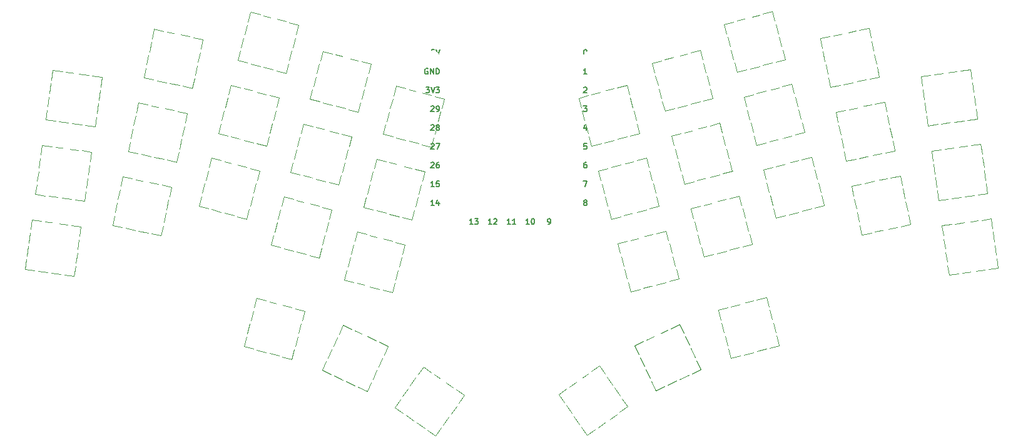
<source format=gbr>
%TF.GenerationSoftware,KiCad,Pcbnew,7.0.6*%
%TF.CreationDate,2025-05-26T00:34:49-04:00*%
%TF.ProjectId,bw2,6277322e-6b69-4636-9164-5f7063625858,2*%
%TF.SameCoordinates,Original*%
%TF.FileFunction,Legend,Top*%
%TF.FilePolarity,Positive*%
%FSLAX46Y46*%
G04 Gerber Fmt 4.6, Leading zero omitted, Abs format (unit mm)*
G04 Created by KiCad (PCBNEW 7.0.6) date 2025-05-26 00:34:49*
%MOMM*%
%LPD*%
G01*
G04 APERTURE LIST*
%ADD10C,0.150000*%
%ADD11C,0.120000*%
%ADD12O,2.600000X1.600000*%
%ADD13O,1.600000X2.600000*%
%ADD14C,2.300000*%
%ADD15C,1.852600*%
G04 APERTURE END LIST*
D10*
X86074077Y86972758D02*
X86109791Y87008472D01*
X86109791Y87008472D02*
X86181220Y87044186D01*
X86181220Y87044186D02*
X86359791Y87044186D01*
X86359791Y87044186D02*
X86431220Y87008472D01*
X86431220Y87008472D02*
X86466934Y86972758D01*
X86466934Y86972758D02*
X86502648Y86901329D01*
X86502648Y86901329D02*
X86502648Y86829901D01*
X86502648Y86829901D02*
X86466934Y86722758D01*
X86466934Y86722758D02*
X86038362Y86294186D01*
X86038362Y86294186D02*
X86502648Y86294186D01*
X86931220Y86722758D02*
X86859791Y86758472D01*
X86859791Y86758472D02*
X86824077Y86794186D01*
X86824077Y86794186D02*
X86788363Y86865615D01*
X86788363Y86865615D02*
X86788363Y86901329D01*
X86788363Y86901329D02*
X86824077Y86972758D01*
X86824077Y86972758D02*
X86859791Y87008472D01*
X86859791Y87008472D02*
X86931220Y87044186D01*
X86931220Y87044186D02*
X87074077Y87044186D01*
X87074077Y87044186D02*
X87145506Y87008472D01*
X87145506Y87008472D02*
X87181220Y86972758D01*
X87181220Y86972758D02*
X87216934Y86901329D01*
X87216934Y86901329D02*
X87216934Y86865615D01*
X87216934Y86865615D02*
X87181220Y86794186D01*
X87181220Y86794186D02*
X87145506Y86758472D01*
X87145506Y86758472D02*
X87074077Y86722758D01*
X87074077Y86722758D02*
X86931220Y86722758D01*
X86931220Y86722758D02*
X86859791Y86687043D01*
X86859791Y86687043D02*
X86824077Y86651329D01*
X86824077Y86651329D02*
X86788363Y86579901D01*
X86788363Y86579901D02*
X86788363Y86437043D01*
X86788363Y86437043D02*
X86824077Y86365615D01*
X86824077Y86365615D02*
X86859791Y86329901D01*
X86859791Y86329901D02*
X86931220Y86294186D01*
X86931220Y86294186D02*
X87074077Y86294186D01*
X87074077Y86294186D02*
X87145506Y86329901D01*
X87145506Y86329901D02*
X87181220Y86365615D01*
X87181220Y86365615D02*
X87216934Y86437043D01*
X87216934Y86437043D02*
X87216934Y86579901D01*
X87216934Y86579901D02*
X87181220Y86651329D01*
X87181220Y86651329D02*
X87145506Y86687043D01*
X87145506Y86687043D02*
X87074077Y86722758D01*
X91760618Y73594186D02*
X91332047Y73594186D01*
X91546332Y73594186D02*
X91546332Y74344186D01*
X91546332Y74344186D02*
X91474904Y74237043D01*
X91474904Y74237043D02*
X91403475Y74165615D01*
X91403475Y74165615D02*
X91332047Y74129901D01*
X92010618Y74344186D02*
X92474904Y74344186D01*
X92474904Y74344186D02*
X92224904Y74058472D01*
X92224904Y74058472D02*
X92332047Y74058472D01*
X92332047Y74058472D02*
X92403476Y74022758D01*
X92403476Y74022758D02*
X92439190Y73987043D01*
X92439190Y73987043D02*
X92474904Y73915615D01*
X92474904Y73915615D02*
X92474904Y73737043D01*
X92474904Y73737043D02*
X92439190Y73665615D01*
X92439190Y73665615D02*
X92403476Y73629901D01*
X92403476Y73629901D02*
X92332047Y73594186D01*
X92332047Y73594186D02*
X92117761Y73594186D01*
X92117761Y73594186D02*
X92046333Y73629901D01*
X92046333Y73629901D02*
X92010618Y73665615D01*
X101920618Y73594186D02*
X102063475Y73594186D01*
X102063475Y73594186D02*
X102134904Y73629901D01*
X102134904Y73629901D02*
X102170618Y73665615D01*
X102170618Y73665615D02*
X102242047Y73772758D01*
X102242047Y73772758D02*
X102277761Y73915615D01*
X102277761Y73915615D02*
X102277761Y74201329D01*
X102277761Y74201329D02*
X102242047Y74272758D01*
X102242047Y74272758D02*
X102206333Y74308472D01*
X102206333Y74308472D02*
X102134904Y74344186D01*
X102134904Y74344186D02*
X101992047Y74344186D01*
X101992047Y74344186D02*
X101920618Y74308472D01*
X101920618Y74308472D02*
X101884904Y74272758D01*
X101884904Y74272758D02*
X101849190Y74201329D01*
X101849190Y74201329D02*
X101849190Y74022758D01*
X101849190Y74022758D02*
X101884904Y73951329D01*
X101884904Y73951329D02*
X101920618Y73915615D01*
X101920618Y73915615D02*
X101992047Y73879901D01*
X101992047Y73879901D02*
X102134904Y73879901D01*
X102134904Y73879901D02*
X102206333Y73915615D01*
X102206333Y73915615D02*
X102242047Y73951329D01*
X102242047Y73951329D02*
X102277761Y74022758D01*
X86074077Y84432758D02*
X86109791Y84468472D01*
X86109791Y84468472D02*
X86181220Y84504186D01*
X86181220Y84504186D02*
X86359791Y84504186D01*
X86359791Y84504186D02*
X86431220Y84468472D01*
X86431220Y84468472D02*
X86466934Y84432758D01*
X86466934Y84432758D02*
X86502648Y84361329D01*
X86502648Y84361329D02*
X86502648Y84289901D01*
X86502648Y84289901D02*
X86466934Y84182758D01*
X86466934Y84182758D02*
X86038362Y83754186D01*
X86038362Y83754186D02*
X86502648Y83754186D01*
X86752648Y84504186D02*
X87252648Y84504186D01*
X87252648Y84504186D02*
X86931220Y83754186D01*
X106928588Y97204186D02*
X107000017Y97204186D01*
X107000017Y97204186D02*
X107071445Y97168472D01*
X107071445Y97168472D02*
X107107160Y97132758D01*
X107107160Y97132758D02*
X107142874Y97061329D01*
X107142874Y97061329D02*
X107178588Y96918472D01*
X107178588Y96918472D02*
X107178588Y96739901D01*
X107178588Y96739901D02*
X107142874Y96597043D01*
X107142874Y96597043D02*
X107107160Y96525615D01*
X107107160Y96525615D02*
X107071445Y96489901D01*
X107071445Y96489901D02*
X107000017Y96454186D01*
X107000017Y96454186D02*
X106928588Y96454186D01*
X106928588Y96454186D02*
X106857160Y96489901D01*
X106857160Y96489901D02*
X106821445Y96525615D01*
X106821445Y96525615D02*
X106785731Y96597043D01*
X106785731Y96597043D02*
X106750017Y96739901D01*
X106750017Y96739901D02*
X106750017Y96918472D01*
X106750017Y96918472D02*
X106785731Y97061329D01*
X106785731Y97061329D02*
X106821445Y97132758D01*
X106821445Y97132758D02*
X106857160Y97168472D01*
X106857160Y97168472D02*
X106928588Y97204186D01*
X86502648Y78674186D02*
X86074077Y78674186D01*
X86288362Y78674186D02*
X86288362Y79424186D01*
X86288362Y79424186D02*
X86216934Y79317043D01*
X86216934Y79317043D02*
X86145505Y79245615D01*
X86145505Y79245615D02*
X86074077Y79209901D01*
X87181220Y79424186D02*
X86824077Y79424186D01*
X86824077Y79424186D02*
X86788363Y79067043D01*
X86788363Y79067043D02*
X86824077Y79102758D01*
X86824077Y79102758D02*
X86895506Y79138472D01*
X86895506Y79138472D02*
X87074077Y79138472D01*
X87074077Y79138472D02*
X87145506Y79102758D01*
X87145506Y79102758D02*
X87181220Y79067043D01*
X87181220Y79067043D02*
X87216934Y78995615D01*
X87216934Y78995615D02*
X87216934Y78817043D01*
X87216934Y78817043D02*
X87181220Y78745615D01*
X87181220Y78745615D02*
X87145506Y78709901D01*
X87145506Y78709901D02*
X87074077Y78674186D01*
X87074077Y78674186D02*
X86895506Y78674186D01*
X86895506Y78674186D02*
X86824077Y78709901D01*
X86824077Y78709901D02*
X86788363Y78745615D01*
X99380618Y73594186D02*
X98952047Y73594186D01*
X99166332Y73594186D02*
X99166332Y74344186D01*
X99166332Y74344186D02*
X99094904Y74237043D01*
X99094904Y74237043D02*
X99023475Y74165615D01*
X99023475Y74165615D02*
X98952047Y74129901D01*
X99844904Y74344186D02*
X99916333Y74344186D01*
X99916333Y74344186D02*
X99987761Y74308472D01*
X99987761Y74308472D02*
X100023476Y74272758D01*
X100023476Y74272758D02*
X100059190Y74201329D01*
X100059190Y74201329D02*
X100094904Y74058472D01*
X100094904Y74058472D02*
X100094904Y73879901D01*
X100094904Y73879901D02*
X100059190Y73737043D01*
X100059190Y73737043D02*
X100023476Y73665615D01*
X100023476Y73665615D02*
X99987761Y73629901D01*
X99987761Y73629901D02*
X99916333Y73594186D01*
X99916333Y73594186D02*
X99844904Y73594186D01*
X99844904Y73594186D02*
X99773476Y73629901D01*
X99773476Y73629901D02*
X99737761Y73665615D01*
X99737761Y73665615D02*
X99702047Y73737043D01*
X99702047Y73737043D02*
X99666333Y73879901D01*
X99666333Y73879901D02*
X99666333Y74058472D01*
X99666333Y74058472D02*
X99702047Y74201329D01*
X99702047Y74201329D02*
X99737761Y74272758D01*
X99737761Y74272758D02*
X99773476Y74308472D01*
X99773476Y74308472D02*
X99844904Y74344186D01*
X96840618Y73594186D02*
X96412047Y73594186D01*
X96626332Y73594186D02*
X96626332Y74344186D01*
X96626332Y74344186D02*
X96554904Y74237043D01*
X96554904Y74237043D02*
X96483475Y74165615D01*
X96483475Y74165615D02*
X96412047Y74129901D01*
X97554904Y73594186D02*
X97126333Y73594186D01*
X97340618Y73594186D02*
X97340618Y74344186D01*
X97340618Y74344186D02*
X97269190Y74237043D01*
X97269190Y74237043D02*
X97197761Y74165615D01*
X97197761Y74165615D02*
X97126333Y74129901D01*
X86502648Y76134186D02*
X86074077Y76134186D01*
X86288362Y76134186D02*
X86288362Y76884186D01*
X86288362Y76884186D02*
X86216934Y76777043D01*
X86216934Y76777043D02*
X86145505Y76705615D01*
X86145505Y76705615D02*
X86074077Y76669901D01*
X87145506Y76634186D02*
X87145506Y76134186D01*
X86966934Y76919901D02*
X86788363Y76384186D01*
X86788363Y76384186D02*
X87252648Y76384186D01*
X85645506Y94628472D02*
X85574078Y94664186D01*
X85574078Y94664186D02*
X85466935Y94664186D01*
X85466935Y94664186D02*
X85359792Y94628472D01*
X85359792Y94628472D02*
X85288363Y94557043D01*
X85288363Y94557043D02*
X85252649Y94485615D01*
X85252649Y94485615D02*
X85216935Y94342758D01*
X85216935Y94342758D02*
X85216935Y94235615D01*
X85216935Y94235615D02*
X85252649Y94092758D01*
X85252649Y94092758D02*
X85288363Y94021329D01*
X85288363Y94021329D02*
X85359792Y93949901D01*
X85359792Y93949901D02*
X85466935Y93914186D01*
X85466935Y93914186D02*
X85538363Y93914186D01*
X85538363Y93914186D02*
X85645506Y93949901D01*
X85645506Y93949901D02*
X85681220Y93985615D01*
X85681220Y93985615D02*
X85681220Y94235615D01*
X85681220Y94235615D02*
X85538363Y94235615D01*
X86002649Y93914186D02*
X86002649Y94664186D01*
X86002649Y94664186D02*
X86431220Y93914186D01*
X86431220Y93914186D02*
X86431220Y94664186D01*
X86788363Y93914186D02*
X86788363Y94664186D01*
X86788363Y94664186D02*
X86966934Y94664186D01*
X86966934Y94664186D02*
X87074077Y94628472D01*
X87074077Y94628472D02*
X87145506Y94557043D01*
X87145506Y94557043D02*
X87181220Y94485615D01*
X87181220Y94485615D02*
X87216934Y94342758D01*
X87216934Y94342758D02*
X87216934Y94235615D01*
X87216934Y94235615D02*
X87181220Y94092758D01*
X87181220Y94092758D02*
X87145506Y94021329D01*
X87145506Y94021329D02*
X87074077Y93949901D01*
X87074077Y93949901D02*
X86966934Y93914186D01*
X86966934Y93914186D02*
X86788363Y93914186D01*
X86538363Y97204186D02*
X86181220Y97204186D01*
X86181220Y97204186D02*
X86145506Y96847043D01*
X86145506Y96847043D02*
X86181220Y96882758D01*
X86181220Y96882758D02*
X86252649Y96918472D01*
X86252649Y96918472D02*
X86431220Y96918472D01*
X86431220Y96918472D02*
X86502649Y96882758D01*
X86502649Y96882758D02*
X86538363Y96847043D01*
X86538363Y96847043D02*
X86574077Y96775615D01*
X86574077Y96775615D02*
X86574077Y96597043D01*
X86574077Y96597043D02*
X86538363Y96525615D01*
X86538363Y96525615D02*
X86502649Y96489901D01*
X86502649Y96489901D02*
X86431220Y96454186D01*
X86431220Y96454186D02*
X86252649Y96454186D01*
X86252649Y96454186D02*
X86181220Y96489901D01*
X86181220Y96489901D02*
X86145506Y96525615D01*
X86788363Y97204186D02*
X87038363Y96454186D01*
X87038363Y96454186D02*
X87288363Y97204186D01*
X107107160Y86794186D02*
X107107160Y86294186D01*
X106928588Y87079901D02*
X106750017Y86544186D01*
X106750017Y86544186D02*
X107214302Y86544186D01*
X86074077Y89512758D02*
X86109791Y89548472D01*
X86109791Y89548472D02*
X86181220Y89584186D01*
X86181220Y89584186D02*
X86359791Y89584186D01*
X86359791Y89584186D02*
X86431220Y89548472D01*
X86431220Y89548472D02*
X86466934Y89512758D01*
X86466934Y89512758D02*
X86502648Y89441329D01*
X86502648Y89441329D02*
X86502648Y89369901D01*
X86502648Y89369901D02*
X86466934Y89262758D01*
X86466934Y89262758D02*
X86038362Y88834186D01*
X86038362Y88834186D02*
X86502648Y88834186D01*
X86859791Y88834186D02*
X87002648Y88834186D01*
X87002648Y88834186D02*
X87074077Y88869901D01*
X87074077Y88869901D02*
X87109791Y88905615D01*
X87109791Y88905615D02*
X87181220Y89012758D01*
X87181220Y89012758D02*
X87216934Y89155615D01*
X87216934Y89155615D02*
X87216934Y89441329D01*
X87216934Y89441329D02*
X87181220Y89512758D01*
X87181220Y89512758D02*
X87145506Y89548472D01*
X87145506Y89548472D02*
X87074077Y89584186D01*
X87074077Y89584186D02*
X86931220Y89584186D01*
X86931220Y89584186D02*
X86859791Y89548472D01*
X86859791Y89548472D02*
X86824077Y89512758D01*
X86824077Y89512758D02*
X86788363Y89441329D01*
X86788363Y89441329D02*
X86788363Y89262758D01*
X86788363Y89262758D02*
X86824077Y89191329D01*
X86824077Y89191329D02*
X86859791Y89155615D01*
X86859791Y89155615D02*
X86931220Y89119901D01*
X86931220Y89119901D02*
X87074077Y89119901D01*
X87074077Y89119901D02*
X87145506Y89155615D01*
X87145506Y89155615D02*
X87181220Y89191329D01*
X87181220Y89191329D02*
X87216934Y89262758D01*
X106714302Y89584186D02*
X107178588Y89584186D01*
X107178588Y89584186D02*
X106928588Y89298472D01*
X106928588Y89298472D02*
X107035731Y89298472D01*
X107035731Y89298472D02*
X107107160Y89262758D01*
X107107160Y89262758D02*
X107142874Y89227043D01*
X107142874Y89227043D02*
X107178588Y89155615D01*
X107178588Y89155615D02*
X107178588Y88977043D01*
X107178588Y88977043D02*
X107142874Y88905615D01*
X107142874Y88905615D02*
X107107160Y88869901D01*
X107107160Y88869901D02*
X107035731Y88834186D01*
X107035731Y88834186D02*
X106821445Y88834186D01*
X106821445Y88834186D02*
X106750017Y88869901D01*
X106750017Y88869901D02*
X106714302Y88905615D01*
X86074077Y81892758D02*
X86109791Y81928472D01*
X86109791Y81928472D02*
X86181220Y81964186D01*
X86181220Y81964186D02*
X86359791Y81964186D01*
X86359791Y81964186D02*
X86431220Y81928472D01*
X86431220Y81928472D02*
X86466934Y81892758D01*
X86466934Y81892758D02*
X86502648Y81821329D01*
X86502648Y81821329D02*
X86502648Y81749901D01*
X86502648Y81749901D02*
X86466934Y81642758D01*
X86466934Y81642758D02*
X86038362Y81214186D01*
X86038362Y81214186D02*
X86502648Y81214186D01*
X87145506Y81964186D02*
X87002648Y81964186D01*
X87002648Y81964186D02*
X86931220Y81928472D01*
X86931220Y81928472D02*
X86895506Y81892758D01*
X86895506Y81892758D02*
X86824077Y81785615D01*
X86824077Y81785615D02*
X86788363Y81642758D01*
X86788363Y81642758D02*
X86788363Y81357043D01*
X86788363Y81357043D02*
X86824077Y81285615D01*
X86824077Y81285615D02*
X86859791Y81249901D01*
X86859791Y81249901D02*
X86931220Y81214186D01*
X86931220Y81214186D02*
X87074077Y81214186D01*
X87074077Y81214186D02*
X87145506Y81249901D01*
X87145506Y81249901D02*
X87181220Y81285615D01*
X87181220Y81285615D02*
X87216934Y81357043D01*
X87216934Y81357043D02*
X87216934Y81535615D01*
X87216934Y81535615D02*
X87181220Y81607043D01*
X87181220Y81607043D02*
X87145506Y81642758D01*
X87145506Y81642758D02*
X87074077Y81678472D01*
X87074077Y81678472D02*
X86931220Y81678472D01*
X86931220Y81678472D02*
X86859791Y81642758D01*
X86859791Y81642758D02*
X86824077Y81607043D01*
X86824077Y81607043D02*
X86788363Y81535615D01*
X85395505Y92124186D02*
X85859791Y92124186D01*
X85859791Y92124186D02*
X85609791Y91838472D01*
X85609791Y91838472D02*
X85716934Y91838472D01*
X85716934Y91838472D02*
X85788363Y91802758D01*
X85788363Y91802758D02*
X85824077Y91767043D01*
X85824077Y91767043D02*
X85859791Y91695615D01*
X85859791Y91695615D02*
X85859791Y91517043D01*
X85859791Y91517043D02*
X85824077Y91445615D01*
X85824077Y91445615D02*
X85788363Y91409901D01*
X85788363Y91409901D02*
X85716934Y91374186D01*
X85716934Y91374186D02*
X85502648Y91374186D01*
X85502648Y91374186D02*
X85431220Y91409901D01*
X85431220Y91409901D02*
X85395505Y91445615D01*
X86074077Y92124186D02*
X86324077Y91374186D01*
X86324077Y91374186D02*
X86574077Y92124186D01*
X86752648Y92124186D02*
X87216934Y92124186D01*
X87216934Y92124186D02*
X86966934Y91838472D01*
X86966934Y91838472D02*
X87074077Y91838472D01*
X87074077Y91838472D02*
X87145506Y91802758D01*
X87145506Y91802758D02*
X87181220Y91767043D01*
X87181220Y91767043D02*
X87216934Y91695615D01*
X87216934Y91695615D02*
X87216934Y91517043D01*
X87216934Y91517043D02*
X87181220Y91445615D01*
X87181220Y91445615D02*
X87145506Y91409901D01*
X87145506Y91409901D02*
X87074077Y91374186D01*
X87074077Y91374186D02*
X86859791Y91374186D01*
X86859791Y91374186D02*
X86788363Y91409901D01*
X86788363Y91409901D02*
X86752648Y91445615D01*
X106892874Y76562758D02*
X106821445Y76598472D01*
X106821445Y76598472D02*
X106785731Y76634186D01*
X106785731Y76634186D02*
X106750017Y76705615D01*
X106750017Y76705615D02*
X106750017Y76741329D01*
X106750017Y76741329D02*
X106785731Y76812758D01*
X106785731Y76812758D02*
X106821445Y76848472D01*
X106821445Y76848472D02*
X106892874Y76884186D01*
X106892874Y76884186D02*
X107035731Y76884186D01*
X107035731Y76884186D02*
X107107160Y76848472D01*
X107107160Y76848472D02*
X107142874Y76812758D01*
X107142874Y76812758D02*
X107178588Y76741329D01*
X107178588Y76741329D02*
X107178588Y76705615D01*
X107178588Y76705615D02*
X107142874Y76634186D01*
X107142874Y76634186D02*
X107107160Y76598472D01*
X107107160Y76598472D02*
X107035731Y76562758D01*
X107035731Y76562758D02*
X106892874Y76562758D01*
X106892874Y76562758D02*
X106821445Y76527043D01*
X106821445Y76527043D02*
X106785731Y76491329D01*
X106785731Y76491329D02*
X106750017Y76419901D01*
X106750017Y76419901D02*
X106750017Y76277043D01*
X106750017Y76277043D02*
X106785731Y76205615D01*
X106785731Y76205615D02*
X106821445Y76169901D01*
X106821445Y76169901D02*
X106892874Y76134186D01*
X106892874Y76134186D02*
X107035731Y76134186D01*
X107035731Y76134186D02*
X107107160Y76169901D01*
X107107160Y76169901D02*
X107142874Y76205615D01*
X107142874Y76205615D02*
X107178588Y76277043D01*
X107178588Y76277043D02*
X107178588Y76419901D01*
X107178588Y76419901D02*
X107142874Y76491329D01*
X107142874Y76491329D02*
X107107160Y76527043D01*
X107107160Y76527043D02*
X107035731Y76562758D01*
X107142874Y84504186D02*
X106785731Y84504186D01*
X106785731Y84504186D02*
X106750017Y84147043D01*
X106750017Y84147043D02*
X106785731Y84182758D01*
X106785731Y84182758D02*
X106857160Y84218472D01*
X106857160Y84218472D02*
X107035731Y84218472D01*
X107035731Y84218472D02*
X107107160Y84182758D01*
X107107160Y84182758D02*
X107142874Y84147043D01*
X107142874Y84147043D02*
X107178588Y84075615D01*
X107178588Y84075615D02*
X107178588Y83897043D01*
X107178588Y83897043D02*
X107142874Y83825615D01*
X107142874Y83825615D02*
X107107160Y83789901D01*
X107107160Y83789901D02*
X107035731Y83754186D01*
X107035731Y83754186D02*
X106857160Y83754186D01*
X106857160Y83754186D02*
X106785731Y83789901D01*
X106785731Y83789901D02*
X106750017Y83825615D01*
X106714302Y79424186D02*
X107214302Y79424186D01*
X107214302Y79424186D02*
X106892874Y78674186D01*
X94300618Y73594186D02*
X93872047Y73594186D01*
X94086332Y73594186D02*
X94086332Y74344186D01*
X94086332Y74344186D02*
X94014904Y74237043D01*
X94014904Y74237043D02*
X93943475Y74165615D01*
X93943475Y74165615D02*
X93872047Y74129901D01*
X94586333Y74272758D02*
X94622047Y74308472D01*
X94622047Y74308472D02*
X94693476Y74344186D01*
X94693476Y74344186D02*
X94872047Y74344186D01*
X94872047Y74344186D02*
X94943476Y74308472D01*
X94943476Y74308472D02*
X94979190Y74272758D01*
X94979190Y74272758D02*
X95014904Y74201329D01*
X95014904Y74201329D02*
X95014904Y74129901D01*
X95014904Y74129901D02*
X94979190Y74022758D01*
X94979190Y74022758D02*
X94550618Y73594186D01*
X94550618Y73594186D02*
X95014904Y73594186D01*
X106750017Y92052758D02*
X106785731Y92088472D01*
X106785731Y92088472D02*
X106857160Y92124186D01*
X106857160Y92124186D02*
X107035731Y92124186D01*
X107035731Y92124186D02*
X107107160Y92088472D01*
X107107160Y92088472D02*
X107142874Y92052758D01*
X107142874Y92052758D02*
X107178588Y91981329D01*
X107178588Y91981329D02*
X107178588Y91909901D01*
X107178588Y91909901D02*
X107142874Y91802758D01*
X107142874Y91802758D02*
X106714302Y91374186D01*
X106714302Y91374186D02*
X107178588Y91374186D01*
X107178588Y93914186D02*
X106750017Y93914186D01*
X106964302Y93914186D02*
X106964302Y94664186D01*
X106964302Y94664186D02*
X106892874Y94557043D01*
X106892874Y94557043D02*
X106821445Y94485615D01*
X106821445Y94485615D02*
X106750017Y94449901D01*
X107107160Y81964186D02*
X106964302Y81964186D01*
X106964302Y81964186D02*
X106892874Y81928472D01*
X106892874Y81928472D02*
X106857160Y81892758D01*
X106857160Y81892758D02*
X106785731Y81785615D01*
X106785731Y81785615D02*
X106750017Y81642758D01*
X106750017Y81642758D02*
X106750017Y81357043D01*
X106750017Y81357043D02*
X106785731Y81285615D01*
X106785731Y81285615D02*
X106821445Y81249901D01*
X106821445Y81249901D02*
X106892874Y81214186D01*
X106892874Y81214186D02*
X107035731Y81214186D01*
X107035731Y81214186D02*
X107107160Y81249901D01*
X107107160Y81249901D02*
X107142874Y81285615D01*
X107142874Y81285615D02*
X107178588Y81357043D01*
X107178588Y81357043D02*
X107178588Y81535615D01*
X107178588Y81535615D02*
X107142874Y81607043D01*
X107142874Y81607043D02*
X107107160Y81642758D01*
X107107160Y81642758D02*
X107035731Y81678472D01*
X107035731Y81678472D02*
X106892874Y81678472D01*
X106892874Y81678472D02*
X106821445Y81642758D01*
X106821445Y81642758D02*
X106785731Y81607043D01*
X106785731Y81607043D02*
X106750017Y81535615D01*
D11*
%TO.C,SW36*%
X108844188Y54445887D02*
X109601309Y53364606D01*
X109876626Y52971413D02*
X110633746Y51890133D01*
X110909063Y51496940D02*
X111666184Y50415659D01*
X111941501Y50022466D02*
X112698621Y48941185D01*
X112704931Y48932174D02*
X111623650Y48175053D01*
X111230457Y47899736D02*
X110149177Y47142615D01*
X109755984Y46867299D02*
X108674703Y46110178D01*
X108281510Y45834861D02*
X107200229Y45077740D01*
X107191219Y45071431D02*
X106434098Y46152712D01*
X106158781Y46545905D02*
X105401661Y47627185D01*
X105126344Y48020378D02*
X104369223Y49101659D01*
X104093906Y49494852D02*
X103336786Y50576133D01*
X103330476Y50585144D02*
X104411757Y51342265D01*
X104804950Y51617582D02*
X105886230Y52374703D01*
X106279423Y52650019D02*
X107360704Y53407140D01*
X107753897Y53682457D02*
X108835178Y54439578D01*
%TO.C,SW35*%
X119736983Y60070235D02*
X120294839Y58873909D01*
X120497696Y58438881D02*
X121055552Y57242555D01*
X121258409Y56807527D02*
X121816265Y55611201D01*
X122019122Y55176173D02*
X122576978Y53979847D01*
X122581627Y53969877D02*
X121385301Y53412021D01*
X120950273Y53209164D02*
X119753947Y52651308D01*
X119318919Y52448452D02*
X118122593Y51890596D01*
X117687565Y51687739D02*
X116491238Y51129883D01*
X116481269Y51125234D02*
X115923413Y52321560D01*
X115720556Y52756588D02*
X115162700Y53952914D01*
X114959843Y54387942D02*
X114401987Y55584268D01*
X114199131Y56019296D02*
X113641274Y57215622D01*
X113636626Y57225591D02*
X114832952Y57783447D01*
X115267980Y57986304D02*
X116464306Y58544160D01*
X116899334Y58747017D02*
X118095660Y59304873D01*
X118530688Y59507730D02*
X119727014Y60065586D01*
%TO.C,SW34*%
X131440959Y63717609D02*
X131782600Y62442587D01*
X131906833Y61978943D02*
X132248474Y60703920D01*
X132372708Y60240276D02*
X132714349Y58965254D01*
X132838582Y58501610D02*
X133180223Y57226587D01*
X133183070Y57215962D02*
X131908048Y56874321D01*
X131444404Y56750088D02*
X130169381Y56408447D01*
X129705737Y56284213D02*
X128430715Y55942572D01*
X127967071Y55818339D02*
X126692048Y55476698D01*
X126681423Y55473851D02*
X126339782Y56748873D01*
X126215549Y57212517D02*
X125873908Y58487540D01*
X125749674Y58951184D02*
X125408033Y60226206D01*
X125283800Y60689850D02*
X124942159Y61964873D01*
X124939312Y61975498D02*
X126214334Y62317139D01*
X126677978Y62441372D02*
X127953001Y62783013D01*
X128416645Y62907247D02*
X129691667Y63248888D01*
X130155311Y63373121D02*
X131430334Y63714762D01*
%TO.C,SW33*%
X81189177Y48828150D02*
X81946298Y49909431D01*
X82221615Y50302624D02*
X82978736Y51383904D01*
X83254052Y51777097D02*
X84011173Y52858378D01*
X84286490Y53251571D02*
X85043611Y54332852D01*
X85049920Y54341862D02*
X86131201Y53584741D01*
X86524394Y53309424D02*
X87605674Y52552304D01*
X87998867Y52276987D02*
X89080148Y51519866D01*
X89473341Y51244549D02*
X90554622Y50487429D01*
X90563633Y50481119D02*
X89806512Y49399838D01*
X89531195Y49006645D02*
X88774074Y47925365D01*
X88498758Y47532172D02*
X87741637Y46450891D01*
X87466320Y46057698D02*
X86709199Y44976417D01*
X86702890Y44967407D02*
X85621609Y45724528D01*
X85228416Y45999845D02*
X84147136Y46756965D01*
X83753943Y47032282D02*
X82672662Y47789403D01*
X82279469Y48064720D02*
X81198188Y48821840D01*
%TO.C,SW32*%
X71331652Y53854784D02*
X71889508Y55051110D01*
X72092365Y55486138D02*
X72650221Y56682464D01*
X72853077Y57117492D02*
X73410933Y58313818D01*
X73613790Y58748846D02*
X74171646Y59945173D01*
X74176295Y59955142D02*
X75372621Y59397286D01*
X75807649Y59194429D02*
X77003975Y58636573D01*
X77439003Y58433716D02*
X78635329Y57875860D01*
X79070357Y57673003D02*
X80266683Y57115147D01*
X80276653Y57110498D02*
X79718797Y55914172D01*
X79515940Y55479144D02*
X78958084Y54282818D01*
X78755227Y53847790D02*
X78197371Y52651464D01*
X77994514Y52216436D02*
X77436658Y51020110D01*
X77432009Y51010141D02*
X76235683Y51567997D01*
X75800655Y51770854D02*
X74604329Y52328710D01*
X74169301Y52531567D02*
X72972975Y53089423D01*
X72537947Y53292279D02*
X71341621Y53850136D01*
%TO.C,SW31*%
X60751024Y57093286D02*
X61092665Y58368308D01*
X61216898Y58831952D02*
X61558539Y60106975D01*
X61682773Y60570619D02*
X62024414Y61845641D01*
X62148647Y62309285D02*
X62490288Y63584308D01*
X62493135Y63594933D02*
X63768157Y63253292D01*
X64231801Y63129059D02*
X65506824Y62787418D01*
X65970468Y62663184D02*
X67245490Y62321543D01*
X67709134Y62197310D02*
X68984157Y61855669D01*
X68994782Y61852822D02*
X68653141Y60577800D01*
X68528908Y60114156D02*
X68187267Y58839133D01*
X68063033Y58375489D02*
X67721392Y57100467D01*
X67597159Y56636823D02*
X67255518Y55361800D01*
X67252671Y55351175D02*
X65977649Y55692816D01*
X65514005Y55817049D02*
X64238982Y56158690D01*
X63775338Y56282924D02*
X62500316Y56624565D01*
X62036672Y56748798D02*
X60761649Y57090439D01*
%TO.C,SW30*%
X112571461Y92411553D02*
X112913102Y91136531D01*
X113037335Y90672887D02*
X113378976Y89397864D01*
X113503210Y88934220D02*
X113844851Y87659198D01*
X113969084Y87195554D02*
X114310725Y85920531D01*
X114313572Y85909906D02*
X113038550Y85568265D01*
X112574906Y85444032D02*
X111299883Y85102391D01*
X110836239Y84978157D02*
X109561217Y84636516D01*
X109097573Y84512283D02*
X107822550Y84170642D01*
X107811925Y84167795D02*
X107470284Y85442817D01*
X107346051Y85906461D02*
X107004410Y87181484D01*
X106880176Y87645128D02*
X106538535Y88920150D01*
X106414302Y89383794D02*
X106072661Y90658817D01*
X106069814Y90669442D02*
X107344836Y91011083D01*
X107808480Y91135316D02*
X109083503Y91476957D01*
X109547147Y91601191D02*
X110822169Y91942832D01*
X111285813Y92067065D02*
X112560836Y92408706D01*
%TO.C,SW29*%
X115211408Y82559099D02*
X115553049Y81284077D01*
X115677282Y80820433D02*
X116018923Y79545410D01*
X116143157Y79081766D02*
X116484798Y77806744D01*
X116609031Y77343100D02*
X116950672Y76068077D01*
X116953519Y76057452D02*
X115678497Y75715811D01*
X115214853Y75591578D02*
X113939830Y75249937D01*
X113476186Y75125703D02*
X112201164Y74784062D01*
X111737520Y74659829D02*
X110462497Y74318188D01*
X110451872Y74315341D02*
X110110231Y75590363D01*
X109985998Y76054007D02*
X109644357Y77329030D01*
X109520123Y77792674D02*
X109178482Y79067696D01*
X109054249Y79531340D02*
X108712608Y80806363D01*
X108709761Y80816988D02*
X109984783Y81158629D01*
X110448427Y81282862D02*
X111723450Y81624503D01*
X112187094Y81748737D02*
X113462116Y82090378D01*
X113925760Y82214611D02*
X115200783Y82556252D01*
%TO.C,SW28*%
X117851354Y72706665D02*
X118192995Y71431643D01*
X118317228Y70967999D02*
X118658869Y69692976D01*
X118783103Y69229332D02*
X119124744Y67954310D01*
X119248977Y67490666D02*
X119590618Y66215643D01*
X119593465Y66205018D02*
X118318443Y65863377D01*
X117854799Y65739144D02*
X116579776Y65397503D01*
X116116132Y65273269D02*
X114841110Y64931628D01*
X114377466Y64807395D02*
X113102443Y64465754D01*
X113091818Y64462907D02*
X112750177Y65737929D01*
X112625944Y66201573D02*
X112284303Y67476596D01*
X112160069Y67940240D02*
X111818428Y69215262D01*
X111694195Y69678906D02*
X111352554Y70953929D01*
X111349707Y70964554D02*
X112624729Y71306195D01*
X113088373Y71430428D02*
X114363396Y71772069D01*
X114827040Y71896303D02*
X116102062Y72237944D01*
X116565706Y72362177D02*
X117840729Y72703818D01*
%TO.C,SW27*%
X122485816Y97138648D02*
X122827457Y95863626D01*
X122951690Y95399982D02*
X123293331Y94124959D01*
X123417565Y93661315D02*
X123759206Y92386293D01*
X123883439Y91922649D02*
X124225080Y90647626D01*
X124227927Y90637001D02*
X122952905Y90295360D01*
X122489261Y90171127D02*
X121214238Y89829486D01*
X120750594Y89705252D02*
X119475572Y89363611D01*
X119011928Y89239378D02*
X117736905Y88897737D01*
X117726280Y88894890D02*
X117384639Y90169912D01*
X117260406Y90633556D02*
X116918765Y91908579D01*
X116794531Y92372223D02*
X116452890Y93647245D01*
X116328657Y94110889D02*
X115987016Y95385912D01*
X115984169Y95396537D02*
X117259191Y95738178D01*
X117722835Y95862411D02*
X118997858Y96204052D01*
X119461502Y96328286D02*
X120736524Y96669927D01*
X121200168Y96794160D02*
X122475191Y97135801D01*
%TO.C,SW26*%
X125125759Y87286202D02*
X125467400Y86011180D01*
X125591633Y85547536D02*
X125933274Y84272513D01*
X126057508Y83808869D02*
X126399149Y82533847D01*
X126523382Y82070203D02*
X126865023Y80795180D01*
X126867870Y80784555D02*
X125592848Y80442914D01*
X125129204Y80318681D02*
X123854181Y79977040D01*
X123390537Y79852806D02*
X122115515Y79511165D01*
X121651871Y79386932D02*
X120376848Y79045291D01*
X120366223Y79042444D02*
X120024582Y80317466D01*
X119900349Y80781110D02*
X119558708Y82056133D01*
X119434474Y82519777D02*
X119092833Y83794799D01*
X118968600Y84258443D02*
X118626959Y85533466D01*
X118624112Y85544091D02*
X119899134Y85885732D01*
X120362778Y86009965D02*
X121637801Y86351606D01*
X122101445Y86475840D02*
X123376467Y86817481D01*
X123840111Y86941714D02*
X125115134Y87283355D01*
%TO.C,SW25*%
X127765727Y77433750D02*
X128107368Y76158728D01*
X128231601Y75695084D02*
X128573242Y74420061D01*
X128697476Y73956417D02*
X129039117Y72681395D01*
X129163350Y72217751D02*
X129504991Y70942728D01*
X129507838Y70932103D02*
X128232816Y70590462D01*
X127769172Y70466229D02*
X126494149Y70124588D01*
X126030505Y70000354D02*
X124755483Y69658713D01*
X124291839Y69534480D02*
X123016816Y69192839D01*
X123006191Y69189992D02*
X122664550Y70465014D01*
X122540317Y70928658D02*
X122198676Y72203681D01*
X122074442Y72667325D02*
X121732801Y73942347D01*
X121608568Y74405991D02*
X121266927Y75681014D01*
X121264080Y75691639D02*
X122539102Y76033280D01*
X123002746Y76157513D02*
X124277769Y76499154D01*
X124741413Y76623388D02*
X126016435Y76965029D01*
X126480079Y77089262D02*
X127755102Y77430903D01*
%TO.C,SW24*%
X132257818Y102396993D02*
X132599459Y101121971D01*
X132723692Y100658327D02*
X133065333Y99383304D01*
X133189567Y98919660D02*
X133531208Y97644638D01*
X133655441Y97180994D02*
X133997082Y95905971D01*
X133999929Y95895346D02*
X132724907Y95553705D01*
X132261263Y95429472D02*
X130986240Y95087831D01*
X130522596Y94963597D02*
X129247574Y94621956D01*
X128783930Y94497723D02*
X127508907Y94156082D01*
X127498282Y94153235D02*
X127156641Y95428257D01*
X127032408Y95891901D02*
X126690767Y97166924D01*
X126566533Y97630568D02*
X126224892Y98905590D01*
X126100659Y99369234D02*
X125759018Y100644257D01*
X125756171Y100654882D02*
X127031193Y100996523D01*
X127494837Y101120756D02*
X128769860Y101462397D01*
X129233504Y101586631D02*
X130508526Y101928272D01*
X130972170Y102052505D02*
X132247193Y102394146D01*
%TO.C,SW23*%
X134897785Y92544554D02*
X135239426Y91269532D01*
X135363659Y90805888D02*
X135705300Y89530865D01*
X135829534Y89067221D02*
X136171175Y87792199D01*
X136295408Y87328555D02*
X136637049Y86053532D01*
X136639896Y86042907D02*
X135364874Y85701266D01*
X134901230Y85577033D02*
X133626207Y85235392D01*
X133162563Y85111158D02*
X131887541Y84769517D01*
X131423897Y84645284D02*
X130148874Y84303643D01*
X130138249Y84300796D02*
X129796608Y85575818D01*
X129672375Y86039462D02*
X129330734Y87314485D01*
X129206500Y87778129D02*
X128864859Y89053151D01*
X128740626Y89516795D02*
X128398985Y90791818D01*
X128396138Y90802443D02*
X129671160Y91144084D01*
X130134804Y91268317D02*
X131409827Y91609958D01*
X131873471Y91734192D02*
X133148493Y92075833D01*
X133612137Y92200066D02*
X134887160Y92541707D01*
%TO.C,SW22*%
X137537730Y82692128D02*
X137879371Y81417106D01*
X138003604Y80953462D02*
X138345245Y79678439D01*
X138469479Y79214795D02*
X138811120Y77939773D01*
X138935353Y77476129D02*
X139276994Y76201106D01*
X139279841Y76190481D02*
X138004819Y75848840D01*
X137541175Y75724607D02*
X136266152Y75382966D01*
X135802508Y75258732D02*
X134527486Y74917091D01*
X134063842Y74792858D02*
X132788819Y74451217D01*
X132778194Y74448370D02*
X132436553Y75723392D01*
X132312320Y76187036D02*
X131970679Y77462059D01*
X131846445Y77925703D02*
X131504804Y79200725D01*
X131380571Y79664369D02*
X131038930Y80939392D01*
X131036083Y80950017D02*
X132311105Y81291658D01*
X132774749Y81415891D02*
X134049772Y81757532D01*
X134513416Y81881766D02*
X135788438Y82223407D01*
X136252082Y82347640D02*
X137527105Y82689281D01*
%TO.C,SW21*%
X145329214Y100114249D02*
X145603657Y98823094D01*
X145703455Y98353583D02*
X145977899Y97062428D01*
X146077696Y96592918D02*
X146352140Y95301763D01*
X146451937Y94832252D02*
X146726381Y93541097D01*
X146728668Y93530336D02*
X145437513Y93255893D01*
X144968002Y93156095D02*
X143676848Y92881651D01*
X143207337Y92781854D02*
X141916182Y92507410D01*
X141446671Y92407613D02*
X140155516Y92133169D01*
X140144756Y92130882D02*
X139870313Y93422037D01*
X139770515Y93891548D02*
X139496071Y95182703D01*
X139396274Y95652213D02*
X139121830Y96943368D01*
X139022033Y97412879D02*
X138747589Y98704034D01*
X138745302Y98714795D02*
X140036457Y98989238D01*
X140505968Y99089036D02*
X141797122Y99363480D01*
X142266633Y99463277D02*
X143557788Y99737721D01*
X144027299Y99837518D02*
X145318454Y100111962D01*
%TO.C,SW20*%
X147449924Y90137154D02*
X147724367Y88845999D01*
X147824165Y88376488D02*
X148098609Y87085333D01*
X148198406Y86615823D02*
X148472850Y85324668D01*
X148572647Y84855157D02*
X148847091Y83564002D01*
X148849378Y83553241D02*
X147558223Y83278798D01*
X147088712Y83179000D02*
X145797558Y82904556D01*
X145328047Y82804759D02*
X144036892Y82530315D01*
X143567381Y82430518D02*
X142276226Y82156074D01*
X142265466Y82153787D02*
X141991023Y83444942D01*
X141891225Y83914453D02*
X141616781Y85205608D01*
X141516984Y85675118D02*
X141242540Y86966273D01*
X141142743Y87435784D02*
X140868299Y88726939D01*
X140866012Y88737700D02*
X142157167Y89012143D01*
X142626678Y89111941D02*
X143917832Y89386385D01*
X144387343Y89486182D02*
X145678498Y89760626D01*
X146148009Y89860423D02*
X147439164Y90134867D01*
%TO.C,SW19*%
X149570621Y80160046D02*
X149845064Y78868891D01*
X149944862Y78399380D02*
X150219306Y77108225D01*
X150319103Y76638715D02*
X150593547Y75347560D01*
X150693344Y74878049D02*
X150967788Y73586894D01*
X150970075Y73576133D02*
X149678920Y73301690D01*
X149209409Y73201892D02*
X147918255Y72927448D01*
X147448744Y72827651D02*
X146157589Y72553207D01*
X145688078Y72453410D02*
X144396923Y72178966D01*
X144386163Y72176679D02*
X144111720Y73467834D01*
X144011922Y73937345D02*
X143737478Y75228500D01*
X143637681Y75698010D02*
X143363237Y76989165D01*
X143263440Y77458676D02*
X142988996Y78749831D01*
X142986709Y78760592D02*
X144277864Y79035035D01*
X144747375Y79134833D02*
X146038529Y79409277D01*
X146508040Y79509074D02*
X147799195Y79783518D01*
X148268706Y79883315D02*
X149559861Y80157759D01*
%TO.C,SW18*%
X159051907Y94536624D02*
X159235615Y93229470D01*
X159302419Y92754141D02*
X159486127Y91446988D01*
X159552930Y90971659D02*
X159736638Y89664505D01*
X159803442Y89189176D02*
X159987150Y87882023D01*
X159988681Y87871129D02*
X158681527Y87687421D01*
X158206198Y87620617D02*
X156899045Y87436909D01*
X156423716Y87370106D02*
X155116562Y87186398D01*
X154641233Y87119594D02*
X153334080Y86935886D01*
X153323186Y86934355D02*
X153139478Y88241509D01*
X153072674Y88716838D02*
X152888966Y90023991D01*
X152822163Y90499320D02*
X152638455Y91806474D01*
X152571651Y92281803D02*
X152387943Y93588956D01*
X152386412Y93599850D02*
X153693566Y93783558D01*
X154168895Y93850362D02*
X155476048Y94034070D01*
X155951377Y94100873D02*
X157258531Y94284581D01*
X157733860Y94351385D02*
X159041013Y94535093D01*
%TO.C,SW17*%
X160471464Y84435899D02*
X160655172Y83128745D01*
X160721976Y82653416D02*
X160905684Y81346263D01*
X160972487Y80870934D02*
X161156195Y79563780D01*
X161222999Y79088451D02*
X161406707Y77781298D01*
X161408238Y77770404D02*
X160101084Y77586696D01*
X159625755Y77519892D02*
X158318602Y77336184D01*
X157843273Y77269381D02*
X156536119Y77085673D01*
X156060790Y77018869D02*
X154753637Y76835161D01*
X154742743Y76833630D02*
X154559035Y78140784D01*
X154492231Y78616113D02*
X154308523Y79923266D01*
X154241720Y80398595D02*
X154058012Y81705749D01*
X153991208Y82181078D02*
X153807500Y83488231D01*
X153805969Y83499125D02*
X155113123Y83682833D01*
X155588452Y83749637D02*
X156895605Y83933345D01*
X157370934Y84000148D02*
X158678088Y84183856D01*
X159153417Y84250660D02*
X160460570Y84434368D01*
%TO.C,SW16*%
X161891038Y74335152D02*
X162074746Y73027998D01*
X162141550Y72552669D02*
X162325258Y71245516D01*
X162392061Y70770187D02*
X162575769Y69463033D01*
X162642573Y68987704D02*
X162826281Y67680551D01*
X162827812Y67669657D02*
X161520658Y67485949D01*
X161045329Y67419145D02*
X159738176Y67235437D01*
X159262847Y67168634D02*
X157955693Y66984926D01*
X157480364Y66918122D02*
X156173211Y66734414D01*
X156162317Y66732883D02*
X155978609Y68040037D01*
X155911805Y68515366D02*
X155728097Y69822519D01*
X155661294Y70297848D02*
X155477586Y71605002D01*
X155410782Y72080331D02*
X155227074Y73387484D01*
X155225543Y73398378D02*
X156532697Y73582086D01*
X157008026Y73648890D02*
X158315179Y73832598D01*
X158790508Y73899401D02*
X160097662Y74083109D01*
X160572991Y74149913D02*
X161880144Y74333621D01*
%TO.C,SW15*%
X79620522Y85787226D02*
X79962163Y87062248D01*
X80086396Y87525892D02*
X80428037Y88800915D01*
X80552271Y89264559D02*
X80893912Y90539581D01*
X81018145Y91003225D02*
X81359786Y92278248D01*
X81362633Y92288873D02*
X82637655Y91947232D01*
X83101299Y91822999D02*
X84376322Y91481358D01*
X84839966Y91357124D02*
X86114988Y91015483D01*
X86578632Y90891250D02*
X87853655Y90549609D01*
X87864280Y90546762D02*
X87522639Y89271740D01*
X87398406Y88808096D02*
X87056765Y87533073D01*
X86932531Y87069429D02*
X86590890Y85794407D01*
X86466657Y85330763D02*
X86125016Y84055740D01*
X86122169Y84045115D02*
X84847147Y84386756D01*
X84383503Y84510989D02*
X83108480Y84852630D01*
X82644836Y84976864D02*
X81369814Y85318505D01*
X80906170Y85442738D02*
X79631147Y85784379D01*
%TO.C,SW14*%
X76980579Y75934784D02*
X77322220Y77209806D01*
X77446453Y77673450D02*
X77788094Y78948473D01*
X77912328Y79412117D02*
X78253969Y80687139D01*
X78378202Y81150783D02*
X78719843Y82425806D01*
X78722690Y82436431D02*
X79997712Y82094790D01*
X80461356Y81970557D02*
X81736379Y81628916D01*
X82200023Y81504682D02*
X83475045Y81163041D01*
X83938689Y81038808D02*
X85213712Y80697167D01*
X85224337Y80694320D02*
X84882696Y79419298D01*
X84758463Y78955654D02*
X84416822Y77680631D01*
X84292588Y77216987D02*
X83950947Y75941965D01*
X83826714Y75478321D02*
X83485073Y74203298D01*
X83482226Y74192673D02*
X82207204Y74534314D01*
X81743560Y74658547D02*
X80468537Y75000188D01*
X80004893Y75124422D02*
X78729871Y75466063D01*
X78266227Y75590296D02*
X76991204Y75931937D01*
%TO.C,SW13*%
X74340617Y66082338D02*
X74682258Y67357360D01*
X74806491Y67821004D02*
X75148132Y69096027D01*
X75272366Y69559671D02*
X75614007Y70834693D01*
X75738240Y71298337D02*
X76079881Y72573360D01*
X76082728Y72583985D02*
X77357750Y72242344D01*
X77821394Y72118111D02*
X79096417Y71776470D01*
X79560061Y71652236D02*
X80835083Y71310595D01*
X81298727Y71186362D02*
X82573750Y70844721D01*
X82584375Y70841874D02*
X82242734Y69566852D01*
X82118501Y69103208D02*
X81776860Y67828185D01*
X81652626Y67364541D02*
X81310985Y66089519D01*
X81186752Y65625875D02*
X80845111Y64350852D01*
X80842264Y64340227D02*
X79567242Y64681868D01*
X79103598Y64806101D02*
X77828575Y65147742D01*
X77364931Y65271976D02*
X76089909Y65613617D01*
X75626265Y65737850D02*
X74351242Y66079491D01*
%TO.C,SW12*%
X69706161Y90514324D02*
X70047802Y91789346D01*
X70172035Y92252990D02*
X70513676Y93528013D01*
X70637910Y93991657D02*
X70979551Y95266679D01*
X71103784Y95730323D02*
X71445425Y97005346D01*
X71448272Y97015971D02*
X72723294Y96674330D01*
X73186938Y96550097D02*
X74461961Y96208456D01*
X74925605Y96084222D02*
X76200627Y95742581D01*
X76664271Y95618348D02*
X77939294Y95276707D01*
X77949919Y95273860D02*
X77608278Y93998838D01*
X77484045Y93535194D02*
X77142404Y92260171D01*
X77018170Y91796527D02*
X76676529Y90521505D01*
X76552296Y90057861D02*
X76210655Y88782838D01*
X76207808Y88772213D02*
X74932786Y89113854D01*
X74469142Y89238087D02*
X73194119Y89579728D01*
X72730475Y89703962D02*
X71455453Y90045603D01*
X70991809Y90169836D02*
X69716786Y90511477D01*
%TO.C,SW11*%
X67066210Y80661875D02*
X67407851Y81936897D01*
X67532084Y82400541D02*
X67873725Y83675564D01*
X67997959Y84139208D02*
X68339600Y85414230D01*
X68463833Y85877874D02*
X68805474Y87152897D01*
X68808321Y87163522D02*
X70083343Y86821881D01*
X70546987Y86697648D02*
X71822010Y86356007D01*
X72285654Y86231773D02*
X73560676Y85890132D01*
X74024320Y85765899D02*
X75299343Y85424258D01*
X75309968Y85421411D02*
X74968327Y84146389D01*
X74844094Y83682745D02*
X74502453Y82407722D01*
X74378219Y81944078D02*
X74036578Y80669056D01*
X73912345Y80205412D02*
X73570704Y78930389D01*
X73567857Y78919764D02*
X72292835Y79261405D01*
X71829191Y79385638D02*
X70554168Y79727279D01*
X70090524Y79851513D02*
X68815502Y80193154D01*
X68351858Y80317387D02*
X67076835Y80659028D01*
%TO.C,SW10*%
X64426252Y70809439D02*
X64767893Y72084461D01*
X64892126Y72548105D02*
X65233767Y73823128D01*
X65358001Y74286772D02*
X65699642Y75561794D01*
X65823875Y76025438D02*
X66165516Y77300461D01*
X66168363Y77311086D02*
X67443385Y76969445D01*
X67907029Y76845212D02*
X69182052Y76503571D01*
X69645696Y76379337D02*
X70920718Y76037696D01*
X71384362Y75913463D02*
X72659385Y75571822D01*
X72670010Y75568975D02*
X72328369Y74293953D01*
X72204136Y73830309D02*
X71862495Y72555286D01*
X71738261Y72091642D02*
X71396620Y70816620D01*
X71272387Y70352976D02*
X70930746Y69077953D01*
X70927899Y69067328D02*
X69652877Y69408969D01*
X69189233Y69533202D02*
X67914210Y69874843D01*
X67450566Y69999077D02*
X66175544Y70340718D01*
X65711900Y70464951D02*
X64436877Y70806592D01*
%TO.C,SW9*%
X59934152Y95772677D02*
X60275793Y97047699D01*
X60400026Y97511343D02*
X60741667Y98786366D01*
X60865901Y99250010D02*
X61207542Y100525032D01*
X61331775Y100988676D02*
X61673416Y102263699D01*
X61676263Y102274324D02*
X62951285Y101932683D01*
X63414929Y101808450D02*
X64689952Y101466809D01*
X65153596Y101342575D02*
X66428618Y101000934D01*
X66892262Y100876701D02*
X68167285Y100535060D01*
X68177910Y100532213D02*
X67836269Y99257191D01*
X67712036Y98793547D02*
X67370395Y97518524D01*
X67246161Y97054880D02*
X66904520Y95779858D01*
X66780287Y95316214D02*
X66438646Y94041191D01*
X66435799Y94030566D02*
X65160777Y94372207D01*
X64697133Y94496440D02*
X63422110Y94838081D01*
X62958466Y94962315D02*
X61683444Y95303956D01*
X61219800Y95428189D02*
X59944777Y95769830D01*
%TO.C,SW8*%
X57294205Y85920236D02*
X57635846Y87195258D01*
X57760079Y87658902D02*
X58101720Y88933925D01*
X58225954Y89397569D02*
X58567595Y90672591D01*
X58691828Y91136235D02*
X59033469Y92411258D01*
X59036316Y92421883D02*
X60311338Y92080242D01*
X60774982Y91956009D02*
X62050005Y91614368D01*
X62513649Y91490134D02*
X63788671Y91148493D01*
X64252315Y91024260D02*
X65527338Y90682619D01*
X65537963Y90679772D02*
X65196322Y89404750D01*
X65072089Y88941106D02*
X64730448Y87666083D01*
X64606214Y87202439D02*
X64264573Y85927417D01*
X64140340Y85463773D02*
X63798699Y84188750D01*
X63795852Y84178125D02*
X62520830Y84519766D01*
X62057186Y84643999D02*
X60782163Y84985640D01*
X60318519Y85109874D02*
X59043497Y85451515D01*
X58579853Y85575748D02*
X57304830Y85917389D01*
%TO.C,SW7*%
X54654246Y76067790D02*
X54995887Y77342812D01*
X55120120Y77806456D02*
X55461761Y79081479D01*
X55585995Y79545123D02*
X55927636Y80820145D01*
X56051869Y81283789D02*
X56393510Y82558812D01*
X56396357Y82569437D02*
X57671379Y82227796D01*
X58135023Y82103563D02*
X59410046Y81761922D01*
X59873690Y81637688D02*
X61148712Y81296047D01*
X61612356Y81171814D02*
X62887379Y80830173D01*
X62898004Y80827326D02*
X62556363Y79552304D01*
X62432130Y79088660D02*
X62090489Y77813637D01*
X61966255Y77349993D02*
X61624614Y76074971D01*
X61500381Y75611327D02*
X61158740Y74336304D01*
X61155893Y74325679D02*
X59880871Y74667320D01*
X59417227Y74791553D02*
X58142204Y75133194D01*
X57678560Y75257428D02*
X56403538Y75599069D01*
X55939894Y75723302D02*
X54664871Y76064943D01*
%TO.C,SW6*%
X47211863Y93406116D02*
X47486306Y94697271D01*
X47586104Y95166782D02*
X47860548Y96457936D01*
X47960345Y96927447D02*
X48234789Y98218602D01*
X48334586Y98688113D02*
X48609030Y99979268D01*
X48611317Y99990028D02*
X49902472Y99715585D01*
X50371983Y99615787D02*
X51663138Y99341343D01*
X52132648Y99241546D02*
X53423803Y98967102D01*
X53893314Y98867305D02*
X55184469Y98592861D01*
X55195230Y98590574D02*
X54920787Y97299419D01*
X54820989Y96829908D02*
X54546545Y95538754D01*
X54446748Y95069243D02*
X54172304Y93778088D01*
X54072507Y93308577D02*
X53798063Y92017422D01*
X53795776Y92006662D02*
X52504621Y92281105D01*
X52035110Y92380903D02*
X50743955Y92655347D01*
X50274445Y92755144D02*
X48983290Y93029588D01*
X48513779Y93129385D02*
X47222624Y93403829D01*
%TO.C,SW5*%
X45091170Y83429023D02*
X45365613Y84720178D01*
X45465411Y85189689D02*
X45739855Y86480843D01*
X45839652Y86950354D02*
X46114096Y88241509D01*
X46213893Y88711020D02*
X46488337Y90002175D01*
X46490624Y90012935D02*
X47781779Y89738492D01*
X48251290Y89638694D02*
X49542445Y89364250D01*
X50011955Y89264453D02*
X51303110Y88990009D01*
X51772621Y88890212D02*
X53063776Y88615768D01*
X53074537Y88613481D02*
X52800094Y87322326D01*
X52700296Y86852815D02*
X52425852Y85561661D01*
X52326055Y85092150D02*
X52051611Y83800995D01*
X51951814Y83331484D02*
X51677370Y82040329D01*
X51675083Y82029569D02*
X50383928Y82304012D01*
X49914417Y82403810D02*
X48623262Y82678254D01*
X48153752Y82778051D02*
X46862597Y83052495D01*
X46393086Y83152292D02*
X45101931Y83426736D01*
%TO.C,SW4*%
X42970476Y73451903D02*
X43244919Y74743058D01*
X43344717Y75212569D02*
X43619161Y76503723D01*
X43718958Y76973234D02*
X43993402Y78264389D01*
X44093199Y78733900D02*
X44367643Y80025055D01*
X44369930Y80035815D02*
X45661085Y79761372D01*
X46130596Y79661574D02*
X47421751Y79387130D01*
X47891261Y79287333D02*
X49182416Y79012889D01*
X49651927Y78913092D02*
X50943082Y78638648D01*
X50953843Y78636361D02*
X50679400Y77345206D01*
X50579602Y76875695D02*
X50305158Y75584541D01*
X50205361Y75115030D02*
X49930917Y73823875D01*
X49831120Y73354364D02*
X49556676Y72063209D01*
X49554389Y72052449D02*
X48263234Y72326892D01*
X47793723Y72426690D02*
X46502568Y72701134D01*
X46033058Y72800931D02*
X44741903Y73075375D01*
X44272392Y73175172D02*
X42981237Y73449616D01*
%TO.C,SW3*%
X33960602Y87745370D02*
X34144310Y89052524D01*
X34211114Y89527853D02*
X34394822Y90835006D01*
X34461625Y91310335D02*
X34645333Y92617489D01*
X34712137Y93092818D02*
X34895845Y94399971D01*
X34897376Y94410865D02*
X36204530Y94227157D01*
X36679859Y94160353D02*
X37987012Y93976645D01*
X38462341Y93909842D02*
X39769495Y93726134D01*
X40244824Y93659330D02*
X41551977Y93475622D01*
X41562871Y93474091D02*
X41379163Y92166937D01*
X41312359Y91691608D02*
X41128651Y90384455D01*
X41061848Y89909126D02*
X40878140Y88601972D01*
X40811336Y88126643D02*
X40627628Y86819490D01*
X40626097Y86808596D02*
X39318943Y86992304D01*
X38843614Y87059108D02*
X37536461Y87242816D01*
X37061132Y87309619D02*
X35753978Y87493327D01*
X35278649Y87560131D02*
X33971496Y87743839D01*
%TO.C,SW2*%
X32541042Y77644632D02*
X32724750Y78951786D01*
X32791554Y79427115D02*
X32975262Y80734268D01*
X33042065Y81209597D02*
X33225773Y82516751D01*
X33292577Y82992080D02*
X33476285Y84299233D01*
X33477816Y84310127D02*
X34784970Y84126419D01*
X35260299Y84059615D02*
X36567452Y83875907D01*
X37042781Y83809104D02*
X38349935Y83625396D01*
X38825264Y83558592D02*
X40132417Y83374884D01*
X40143311Y83373353D02*
X39959603Y82066199D01*
X39892799Y81590870D02*
X39709091Y80283717D01*
X39642288Y79808388D02*
X39458580Y78501234D01*
X39391776Y78025905D02*
X39208068Y76718752D01*
X39206537Y76707858D02*
X37899383Y76891566D01*
X37424054Y76958370D02*
X36116901Y77142078D01*
X35641572Y77208881D02*
X34334418Y77392589D01*
X33859089Y77459393D02*
X32551936Y77643101D01*
%TO.C,SW1*%
X31121476Y67543891D02*
X31305184Y68851045D01*
X31371988Y69326374D02*
X31555696Y70633527D01*
X31622499Y71108856D02*
X31806207Y72416010D01*
X31873011Y72891339D02*
X32056719Y74198492D01*
X32058250Y74209386D02*
X33365404Y74025678D01*
X33840733Y73958874D02*
X35147886Y73775166D01*
X35623215Y73708363D02*
X36930369Y73524655D01*
X37405698Y73457851D02*
X38712851Y73274143D01*
X38723745Y73272612D02*
X38540037Y71965458D01*
X38473233Y71490129D02*
X38289525Y70182976D01*
X38222722Y69707647D02*
X38039014Y68400493D01*
X37972210Y67925164D02*
X37788502Y66618011D01*
X37786971Y66607117D02*
X36479817Y66790825D01*
X36004488Y66857629D02*
X34697335Y67041337D01*
X34222006Y67108140D02*
X32914852Y67291848D01*
X32439523Y67358652D02*
X31132370Y67542360D01*
%TD*%
%LPC*%
D12*
%TO.C,U1*%
X105103476Y96793351D03*
X105103476Y94253351D03*
X105103476Y91713351D03*
X105103476Y89173351D03*
X105103476Y86633351D03*
X105103476Y84093351D03*
X105103476Y81553351D03*
X105103476Y79013351D03*
X105103476Y76473351D03*
D13*
X102063476Y75973351D03*
X99523476Y75973351D03*
X96983476Y75973351D03*
X94443476Y75973351D03*
X91903476Y75973351D03*
D12*
X88863476Y76473351D03*
X88863476Y79013351D03*
X88863476Y81553351D03*
X88863476Y84093351D03*
X88863476Y86633351D03*
X88863476Y89173351D03*
X88863476Y91713351D03*
X88863476Y96793351D03*
X88863476Y94253351D03*
%TD*%
D14*
%TO.C,H1*%
X43626240Y91437603D03*
%TD*%
%TO.C,H2*%
X150340712Y91437603D03*
%TD*%
%TO.C,H3*%
X45000452Y67120501D03*
%TD*%
%TO.C,H4*%
X148966497Y67120509D03*
%TD*%
%TO.C,H5*%
X86180303Y95965233D03*
%TD*%
%TO.C,H6*%
X107786651Y95965238D03*
%TD*%
%TO.C,H7*%
X85564009Y59214893D03*
%TD*%
%TO.C,H8*%
X108402965Y59214885D03*
%TD*%
D15*
%TO.C,SW36*%
X106649258Y51823711D03*
X109517140Y47727951D03*
%TD*%
%TO.C,SW35*%
X117120063Y57869042D03*
X119233154Y53337503D03*
%TD*%
%TO.C,SW34*%
X128481562Y62004281D03*
X129775657Y57174651D03*
%TD*%
%TO.C,SW33*%
X84403927Y47662427D03*
X87271809Y51758187D03*
%TD*%
%TO.C,SW32*%
X74699988Y53265006D03*
X76813079Y57796545D03*
%TD*%
%TO.C,SW31*%
X64170602Y57097373D03*
X65464697Y61927003D03*
%TD*%
%TO.C,SW30*%
X109612064Y90698225D03*
X110906159Y85868595D03*
%TD*%
%TO.C,SW29*%
X112252011Y80845771D03*
X113546106Y76016141D03*
%TD*%
%TO.C,SW28*%
X114891957Y70993337D03*
X116186052Y66163707D03*
%TD*%
%TO.C,SW27*%
X119526419Y95425320D03*
X120820514Y90595690D03*
%TD*%
%TO.C,SW26*%
X122166362Y85572874D03*
X123460457Y80743244D03*
%TD*%
%TO.C,SW25*%
X124806330Y75720422D03*
X126100425Y70890792D03*
%TD*%
%TO.C,SW24*%
X129298421Y100683665D03*
X130592516Y95854035D03*
%TD*%
%TO.C,SW23*%
X131938388Y90831226D03*
X133232483Y86001596D03*
%TD*%
%TO.C,SW22*%
X134578333Y80978800D03*
X135872428Y76149170D03*
%TD*%
%TO.C,SW21*%
X142284204Y98558150D03*
X143323763Y93667412D03*
%TD*%
%TO.C,SW20*%
X144404914Y88581055D03*
X145444473Y83690317D03*
%TD*%
%TO.C,SW19*%
X146525611Y78603947D03*
X147565170Y73713209D03*
%TD*%
%TO.C,SW18*%
X155905766Y93196726D03*
X156601632Y88245386D03*
%TD*%
%TO.C,SW17*%
X157325323Y83096001D03*
X158021189Y78144661D03*
%TD*%
%TO.C,SW16*%
X158744897Y72995254D03*
X159440763Y68043914D03*
%TD*%
%TO.C,SW15*%
X84334195Y90620943D03*
X83040100Y85791313D03*
%TD*%
%TO.C,SW14*%
X81694252Y80768501D03*
X80400157Y75938871D03*
%TD*%
%TO.C,SW13*%
X77760195Y66086425D03*
X79054290Y70916055D03*
%TD*%
%TO.C,SW12*%
X74419834Y95348041D03*
X73125739Y90518411D03*
%TD*%
%TO.C,SW11*%
X71779883Y85495592D03*
X70485788Y80665962D03*
%TD*%
%TO.C,SW10*%
X67845830Y70813526D03*
X69139925Y75643156D03*
%TD*%
%TO.C,SW9*%
X63353730Y95776764D03*
X64647825Y100606394D03*
%TD*%
%TO.C,SW8*%
X60713783Y85924323D03*
X62007878Y90753953D03*
%TD*%
%TO.C,SW7*%
X58073824Y76071877D03*
X59367919Y80901507D03*
%TD*%
%TO.C,SW6*%
X50626540Y93589165D03*
X51666099Y98479903D03*
%TD*%
%TO.C,SW5*%
X48505847Y83612072D03*
X49545406Y88502810D03*
%TD*%
%TO.C,SW4*%
X46385153Y73634952D03*
X47424712Y78525690D03*
%TD*%
%TO.C,SW3*%
X37354192Y88166169D03*
X38050058Y93117509D03*
%TD*%
%TO.C,SW2*%
X35934632Y78065431D03*
X36630498Y83016771D03*
%TD*%
%TO.C,SW1*%
X34515066Y67964690D03*
X35210932Y72916030D03*
%TD*%
%LPD*%
M02*

</source>
